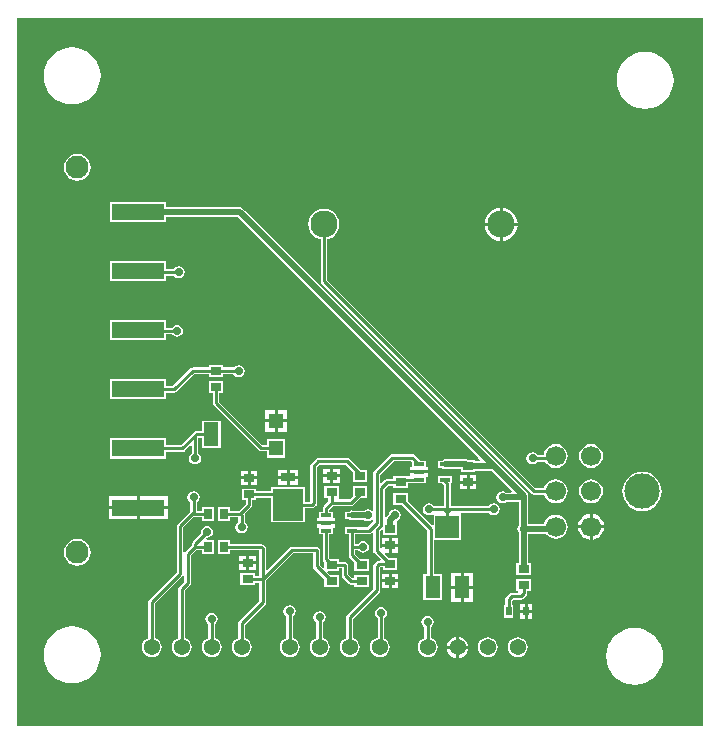
<source format=gtl>
G04 Layer_Physical_Order=1*
G04 Layer_Color=255*
%FSLAX44Y44*%
%MOMM*%
G71*
G01*
G75*
%ADD10R,2.0000X1.9000*%
%ADD11R,1.3000X1.9000*%
%ADD12R,2.5400X2.6700*%
%ADD13R,1.2700X0.7620*%
%ADD14R,0.7000X0.9000*%
%ADD15R,1.3000X2.0000*%
%ADD16R,1.2000X1.3000*%
%ADD17R,1.3000X1.3000*%
%ADD18R,0.9000X0.7000*%
%ADD19R,0.9500X0.3000*%
%ADD20R,0.5000X0.8000*%
%ADD21R,4.5000X1.4000*%
%ADD22C,0.2500*%
%ADD23C,0.5000*%
%ADD24C,3.0000*%
%ADD25C,1.7000*%
%ADD26C,1.3716*%
%ADD27C,1.9500*%
%ADD28C,2.3000*%
%ADD29C,0.7000*%
G36*
X842761Y861811D02*
Y262139D01*
X262139D01*
Y861811D01*
X842761Y861811D01*
D02*
G37*
%LPC*%
G36*
X464200Y399430D02*
X458470D01*
Y394700D01*
X464200D01*
Y399430D01*
D02*
G37*
G36*
X455930D02*
X450200D01*
Y394700D01*
X455930D01*
Y399430D01*
D02*
G37*
G36*
X530920Y433070D02*
X523670D01*
X516420D01*
Y430340D01*
X517396D01*
Y424816D01*
X520842D01*
Y403460D01*
X521057Y402378D01*
X521670Y401460D01*
X522296Y400834D01*
Y396493D01*
X521123Y396007D01*
X518448Y398681D01*
Y411480D01*
X518233Y412562D01*
X517620Y413480D01*
X516702Y414093D01*
X515620Y414308D01*
X494650D01*
X494650Y414308D01*
X493568Y414093D01*
X492650Y413480D01*
X492650Y413480D01*
X473872Y394702D01*
X472698Y395188D01*
Y412780D01*
X472483Y413862D01*
X471870Y414780D01*
X470630Y416020D01*
X469712Y416633D01*
X468630Y416848D01*
X442554D01*
Y420044D01*
X432506D01*
Y407996D01*
X442554D01*
Y411192D01*
X467042D01*
Y389528D01*
X463224D01*
Y391724D01*
X451176D01*
Y381676D01*
X463224D01*
Y383872D01*
X467042D01*
Y368172D01*
X450120Y351250D01*
X449507Y350332D01*
X449292Y349250D01*
Y336831D01*
X447893Y336252D01*
X446142Y334908D01*
X444798Y333157D01*
X443954Y331118D01*
X443666Y328930D01*
X443954Y326742D01*
X444798Y324703D01*
X446142Y322952D01*
X447893Y321608D01*
X449932Y320764D01*
X452120Y320476D01*
X454308Y320764D01*
X456347Y321608D01*
X458098Y322952D01*
X459442Y324703D01*
X460286Y326742D01*
X460574Y328930D01*
X460286Y331118D01*
X459442Y333157D01*
X458098Y334908D01*
X456347Y336252D01*
X454948Y336831D01*
Y348078D01*
X471870Y365000D01*
X472483Y365918D01*
X472698Y367000D01*
Y385528D01*
X495821Y408652D01*
X512792D01*
Y397510D01*
X513007Y396428D01*
X513620Y395510D01*
X522296Y386834D01*
Y379786D01*
X534344D01*
Y389834D01*
X527296D01*
X524517Y392613D01*
X525003Y393786D01*
X534344D01*
Y395952D01*
X536922D01*
Y389890D01*
X537137Y388808D01*
X537750Y387890D01*
X542830Y382810D01*
X543748Y382197D01*
X544830Y381982D01*
X544830Y381982D01*
X547696D01*
Y379786D01*
X559744D01*
Y389834D01*
X547696D01*
Y387638D01*
X546002D01*
X542578Y391062D01*
Y398780D01*
X542363Y399862D01*
X541750Y400780D01*
X540832Y401393D01*
X539750Y401608D01*
X534344D01*
Y403834D01*
X527296D01*
X526498Y404632D01*
Y424816D01*
X529944D01*
Y430340D01*
X530920D01*
Y433070D01*
D02*
G37*
G36*
X455930Y406700D02*
X450200D01*
Y401970D01*
X455930D01*
Y406700D01*
D02*
G37*
G36*
X312990Y420741D02*
X310047Y420354D01*
X307304Y419218D01*
X304949Y417411D01*
X303142Y415056D01*
X302006Y412313D01*
X301619Y409370D01*
X302006Y406427D01*
X303142Y403684D01*
X304949Y401329D01*
X307304Y399522D01*
X310047Y398386D01*
X312990Y397999D01*
X315933Y398386D01*
X318676Y399522D01*
X321031Y401329D01*
X322838Y403684D01*
X323974Y406427D01*
X324361Y409370D01*
X323974Y412313D01*
X322838Y415056D01*
X321031Y417411D01*
X318676Y419218D01*
X315933Y420354D01*
X312990Y420741D01*
D02*
G37*
G36*
X637540Y391730D02*
X629810D01*
Y381000D01*
X637540D01*
Y391730D01*
D02*
G37*
G36*
X584850Y384160D02*
X579120D01*
Y379430D01*
X584850D01*
Y384160D01*
D02*
G37*
G36*
X647810Y391730D02*
X640080D01*
Y381000D01*
X647810D01*
Y391730D01*
D02*
G37*
G36*
X584850Y391430D02*
X579120D01*
Y386700D01*
X584850D01*
Y391430D01*
D02*
G37*
G36*
X576580D02*
X570850D01*
Y386700D01*
X576580D01*
Y391430D01*
D02*
G37*
G36*
X464200Y406700D02*
X458470D01*
Y401970D01*
X464200D01*
Y406700D01*
D02*
G37*
G36*
X749280Y441938D02*
Y432280D01*
X758938D01*
X758727Y433882D01*
X757618Y436557D01*
X755855Y438855D01*
X753558Y440619D01*
X750882Y441727D01*
X749280Y441938D01*
D02*
G37*
G36*
X746740D02*
X745138Y441727D01*
X742462Y440619D01*
X740165Y438855D01*
X738401Y436557D01*
X737293Y433882D01*
X737082Y432280D01*
X746740D01*
Y441938D01*
D02*
G37*
G36*
X411480Y461052D02*
X409520Y460662D01*
X407858Y459552D01*
X406748Y457890D01*
X406358Y455930D01*
X406748Y453970D01*
X407858Y452308D01*
X408652Y451777D01*
Y444402D01*
X408210Y443960D01*
X408210Y443960D01*
X398050Y433800D01*
X397437Y432882D01*
X397222Y431800D01*
Y392332D01*
X373920Y369030D01*
X373307Y368112D01*
X373092Y367030D01*
Y336831D01*
X371693Y336252D01*
X369942Y334908D01*
X368598Y333157D01*
X367754Y331118D01*
X367466Y328930D01*
X367754Y326742D01*
X368598Y324703D01*
X369942Y322952D01*
X371693Y321608D01*
X373732Y320764D01*
X375920Y320476D01*
X378108Y320764D01*
X380147Y321608D01*
X381898Y322952D01*
X383242Y324703D01*
X384086Y326742D01*
X384374Y328930D01*
X384086Y331118D01*
X383242Y333157D01*
X381898Y334908D01*
X380147Y336252D01*
X378748Y336831D01*
Y365858D01*
X402050Y389160D01*
X402302Y389537D01*
X403572Y389151D01*
Y384711D01*
X399320Y380460D01*
X398707Y379542D01*
X398492Y378460D01*
Y336831D01*
X397093Y336252D01*
X395342Y334908D01*
X393998Y333157D01*
X393154Y331118D01*
X392866Y328930D01*
X393154Y326742D01*
X393998Y324703D01*
X395342Y322952D01*
X397093Y321608D01*
X399132Y320764D01*
X401320Y320476D01*
X403508Y320764D01*
X405547Y321608D01*
X407298Y322952D01*
X408642Y324703D01*
X409486Y326742D01*
X409774Y328930D01*
X409486Y331118D01*
X408642Y333157D01*
X407298Y334908D01*
X405547Y336252D01*
X404148Y336831D01*
Y377289D01*
X408400Y381540D01*
X409013Y382458D01*
X409228Y383540D01*
X409228Y383540D01*
Y406498D01*
X413922Y411192D01*
X418506D01*
Y407996D01*
X428554D01*
Y420044D01*
X422892D01*
X422305Y421314D01*
X422599Y421660D01*
X422910Y421598D01*
X424870Y421987D01*
X426532Y423098D01*
X427643Y424760D01*
X428032Y426720D01*
X427643Y428680D01*
X426532Y430342D01*
X424870Y431452D01*
X422910Y431842D01*
X420950Y431452D01*
X419288Y430342D01*
X418177Y428680D01*
X417788Y426720D01*
X417974Y425784D01*
X410750Y418560D01*
X410137Y417642D01*
X409922Y416560D01*
Y415192D01*
X404400Y409670D01*
X404148Y409293D01*
X402878Y409678D01*
Y430629D01*
X411382Y439132D01*
X418506D01*
Y435936D01*
X428554D01*
Y447984D01*
X418506D01*
Y444788D01*
X414308D01*
Y451777D01*
X415102Y452308D01*
X416213Y453970D01*
X416602Y455930D01*
X416213Y457890D01*
X415102Y459552D01*
X413440Y460662D01*
X411480Y461052D01*
D02*
G37*
G36*
X389490Y446100D02*
X365760D01*
Y437870D01*
X389490D01*
Y446100D01*
D02*
G37*
G36*
X363220D02*
X339490D01*
Y437870D01*
X363220D01*
Y446100D01*
D02*
G37*
G36*
X576580Y421260D02*
X570850D01*
Y416530D01*
X576580D01*
Y421260D01*
D02*
G37*
G36*
X584850Y413990D02*
X579120D01*
Y409260D01*
X584850D01*
Y413990D01*
D02*
G37*
G36*
Y421260D02*
X579120D01*
Y416530D01*
X584850D01*
Y421260D01*
D02*
G37*
G36*
X746740Y429740D02*
X737082D01*
X737293Y428138D01*
X738401Y425463D01*
X740165Y423165D01*
X742462Y421401D01*
X745138Y420293D01*
X746740Y420082D01*
Y429740D01*
D02*
G37*
G36*
X758938D02*
X749280D01*
Y420082D01*
X750882Y420293D01*
X753558Y421401D01*
X755855Y423165D01*
X757618Y425463D01*
X758727Y428138D01*
X758938Y429740D01*
D02*
G37*
G36*
X518160Y359452D02*
X516200Y359062D01*
X514538Y357952D01*
X513428Y356290D01*
X513038Y354330D01*
X513428Y352370D01*
X514538Y350708D01*
X515332Y350177D01*
Y336831D01*
X513933Y336252D01*
X512182Y334908D01*
X510838Y333157D01*
X509994Y331118D01*
X509706Y328930D01*
X509994Y326742D01*
X510838Y324703D01*
X512182Y322952D01*
X513933Y321608D01*
X515972Y320764D01*
X518160Y320476D01*
X520348Y320764D01*
X522387Y321608D01*
X524138Y322952D01*
X525482Y324703D01*
X526326Y326742D01*
X526614Y328930D01*
X526326Y331118D01*
X525482Y333157D01*
X524138Y334908D01*
X522387Y336252D01*
X520988Y336831D01*
Y350177D01*
X521782Y350708D01*
X522892Y352370D01*
X523282Y354330D01*
X522892Y356290D01*
X521782Y357952D01*
X520120Y359062D01*
X518160Y359452D01*
D02*
G37*
G36*
X492760Y364532D02*
X490800Y364142D01*
X489138Y363032D01*
X488027Y361370D01*
X487638Y359410D01*
X488027Y357450D01*
X489138Y355788D01*
X489932Y355257D01*
Y336831D01*
X488533Y336252D01*
X486782Y334908D01*
X485438Y333157D01*
X484594Y331118D01*
X484306Y328930D01*
X484594Y326742D01*
X485438Y324703D01*
X486782Y322952D01*
X488533Y321608D01*
X490572Y320764D01*
X492760Y320476D01*
X494948Y320764D01*
X496987Y321608D01*
X498738Y322952D01*
X500082Y324703D01*
X500926Y326742D01*
X501214Y328930D01*
X500926Y331118D01*
X500082Y333157D01*
X498738Y334908D01*
X496987Y336252D01*
X495588Y336831D01*
Y355257D01*
X496382Y355788D01*
X497492Y357450D01*
X497882Y359410D01*
X497492Y361370D01*
X496382Y363032D01*
X494720Y364142D01*
X492760Y364532D01*
D02*
G37*
G36*
X570230Y363262D02*
X568270Y362873D01*
X566608Y361762D01*
X565498Y360100D01*
X565108Y358140D01*
X565498Y356180D01*
X566608Y354518D01*
X567402Y353988D01*
Y337179D01*
X566772Y337096D01*
X564733Y336252D01*
X562982Y334908D01*
X561638Y333157D01*
X560794Y331118D01*
X560506Y328930D01*
X560794Y326742D01*
X561638Y324703D01*
X562982Y322952D01*
X564733Y321608D01*
X566772Y320764D01*
X568960Y320476D01*
X571148Y320764D01*
X573187Y321608D01*
X574938Y322952D01*
X576282Y324703D01*
X577126Y326742D01*
X577414Y328930D01*
X577126Y331118D01*
X576282Y333157D01*
X574938Y334908D01*
X573187Y336252D01*
X573058Y336305D01*
Y353988D01*
X573852Y354518D01*
X574963Y356180D01*
X575352Y358140D01*
X574963Y360100D01*
X573852Y361762D01*
X572190Y362873D01*
X570230Y363262D01*
D02*
G37*
G36*
X660400Y337384D02*
X658212Y337096D01*
X656173Y336252D01*
X654422Y334908D01*
X653078Y333157D01*
X652234Y331118D01*
X651946Y328930D01*
X652234Y326742D01*
X653078Y324703D01*
X654422Y322952D01*
X656173Y321608D01*
X658212Y320764D01*
X660400Y320476D01*
X662588Y320764D01*
X664627Y321608D01*
X666378Y322952D01*
X667722Y324703D01*
X668566Y326742D01*
X668854Y328930D01*
X668566Y331118D01*
X667722Y333157D01*
X666378Y334908D01*
X664627Y336252D01*
X662588Y337096D01*
X660400Y337384D01*
D02*
G37*
G36*
X609600Y355642D02*
X607640Y355252D01*
X605978Y354142D01*
X604868Y352480D01*
X604478Y350520D01*
X604868Y348560D01*
X605978Y346898D01*
X606772Y346367D01*
Y336831D01*
X605373Y336252D01*
X603622Y334908D01*
X602278Y333157D01*
X601434Y331118D01*
X601146Y328930D01*
X601434Y326742D01*
X602278Y324703D01*
X603622Y322952D01*
X605373Y321608D01*
X607412Y320764D01*
X609600Y320476D01*
X611788Y320764D01*
X613827Y321608D01*
X615578Y322952D01*
X616922Y324703D01*
X617766Y326742D01*
X618054Y328930D01*
X617766Y331118D01*
X616922Y333157D01*
X615578Y334908D01*
X613827Y336252D01*
X612428Y336831D01*
Y346367D01*
X613222Y346898D01*
X614333Y348560D01*
X614722Y350520D01*
X614333Y352480D01*
X613222Y354142D01*
X611560Y355252D01*
X609600Y355642D01*
D02*
G37*
G36*
X308610Y346720D02*
X303901Y346256D01*
X299372Y344883D01*
X295198Y342652D01*
X291540Y339650D01*
X288538Y335992D01*
X286307Y331818D01*
X284934Y327290D01*
X284470Y322580D01*
X284934Y317871D01*
X286307Y313342D01*
X288538Y309168D01*
X291540Y305510D01*
X295198Y302508D01*
X299372Y300277D01*
X303901Y298904D01*
X308610Y298440D01*
X313319Y298904D01*
X317848Y300277D01*
X322022Y302508D01*
X325680Y305510D01*
X328682Y309168D01*
X330913Y313342D01*
X332286Y317871D01*
X332750Y322580D01*
X332286Y327290D01*
X330913Y331818D01*
X328682Y335992D01*
X325680Y339650D01*
X322022Y342652D01*
X317848Y344883D01*
X313319Y346256D01*
X308610Y346720D01*
D02*
G37*
G36*
X784860Y345450D02*
X780151Y344986D01*
X775622Y343613D01*
X771448Y341382D01*
X767790Y338380D01*
X764788Y334722D01*
X762557Y330548D01*
X761184Y326020D01*
X760720Y321310D01*
X761184Y316600D01*
X762557Y312072D01*
X764788Y307898D01*
X767790Y304240D01*
X771448Y301238D01*
X775622Y299007D01*
X780151Y297634D01*
X784860Y297170D01*
X789569Y297634D01*
X794098Y299007D01*
X798272Y301238D01*
X801930Y304240D01*
X804932Y307898D01*
X807163Y312072D01*
X808536Y316600D01*
X809000Y321310D01*
X808536Y326020D01*
X807163Y330548D01*
X804932Y334722D01*
X801930Y338380D01*
X798272Y341382D01*
X794098Y343613D01*
X789569Y344986D01*
X784860Y345450D01*
D02*
G37*
G36*
X633730Y327660D02*
X625728D01*
X625883Y326487D01*
X626826Y324211D01*
X628326Y322256D01*
X630281Y320756D01*
X632557Y319813D01*
X633730Y319659D01*
Y327660D01*
D02*
G37*
G36*
X426720Y358182D02*
X424760Y357793D01*
X423098Y356682D01*
X421987Y355020D01*
X421598Y353060D01*
X421987Y351100D01*
X423098Y349438D01*
X423892Y348908D01*
Y336831D01*
X422493Y336252D01*
X420742Y334908D01*
X419398Y333157D01*
X418554Y331118D01*
X418266Y328930D01*
X418554Y326742D01*
X419398Y324703D01*
X420742Y322952D01*
X422493Y321608D01*
X424532Y320764D01*
X426720Y320476D01*
X428908Y320764D01*
X430947Y321608D01*
X432698Y322952D01*
X434042Y324703D01*
X434886Y326742D01*
X435174Y328930D01*
X434886Y331118D01*
X434042Y333157D01*
X432698Y334908D01*
X430947Y336252D01*
X429548Y336831D01*
Y348908D01*
X430342Y349438D01*
X431452Y351100D01*
X431842Y353060D01*
X431452Y355020D01*
X430342Y356682D01*
X428680Y357793D01*
X426720Y358182D01*
D02*
G37*
G36*
X644271Y327660D02*
X636270D01*
Y319659D01*
X637443Y319813D01*
X639719Y320756D01*
X641674Y322256D01*
X643174Y324211D01*
X644117Y326487D01*
X644271Y327660D01*
D02*
G37*
G36*
X685800Y337384D02*
X683612Y337096D01*
X681573Y336252D01*
X679822Y334908D01*
X678478Y333157D01*
X677634Y331118D01*
X677346Y328930D01*
X677634Y326742D01*
X678478Y324703D01*
X679822Y322952D01*
X681573Y321608D01*
X683612Y320764D01*
X685800Y320476D01*
X687988Y320764D01*
X690027Y321608D01*
X691778Y322952D01*
X693122Y324703D01*
X693966Y326742D01*
X694254Y328930D01*
X693966Y331118D01*
X693122Y333157D01*
X691778Y334908D01*
X690027Y336252D01*
X687988Y337096D01*
X685800Y337384D01*
D02*
G37*
G36*
X698180Y365910D02*
X694450D01*
Y360680D01*
X698180D01*
Y365910D01*
D02*
G37*
G36*
X691910D02*
X688180D01*
Y360680D01*
X691910D01*
Y365910D01*
D02*
G37*
G36*
X637540Y378460D02*
X629810D01*
Y367730D01*
X637540D01*
Y378460D01*
D02*
G37*
G36*
X576580Y384160D02*
X570850D01*
Y379430D01*
X576580D01*
Y384160D01*
D02*
G37*
G36*
X647810Y378460D02*
X640080D01*
Y367730D01*
X647810D01*
Y378460D01*
D02*
G37*
G36*
X636270Y338201D02*
Y330200D01*
X644271D01*
X644117Y331373D01*
X643174Y333649D01*
X641674Y335604D01*
X639719Y337104D01*
X637443Y338047D01*
X636270Y338201D01*
D02*
G37*
G36*
X633730D02*
X632557Y338047D01*
X630281Y337104D01*
X628326Y335604D01*
X626826Y333649D01*
X625883Y331373D01*
X625728Y330200D01*
X633730D01*
Y338201D01*
D02*
G37*
G36*
X691910Y358140D02*
X688180D01*
Y352910D01*
X691910D01*
Y358140D01*
D02*
G37*
G36*
X696904Y386644D02*
X684856D01*
Y376596D01*
X685931D01*
X686605Y375326D01*
X686342Y374938D01*
X680720D01*
X679638Y374723D01*
X678720Y374110D01*
X676180Y371570D01*
X675567Y370652D01*
X675352Y369570D01*
Y364934D01*
X674156D01*
Y353886D01*
X682204D01*
Y364934D01*
X681008D01*
Y368399D01*
X681891Y369282D01*
X688340D01*
X689422Y369497D01*
X690340Y370110D01*
X692880Y372650D01*
X693493Y373568D01*
X693708Y374650D01*
Y376596D01*
X696904D01*
Y386644D01*
D02*
G37*
G36*
X698180Y358140D02*
X694450D01*
Y352910D01*
X698180D01*
Y358140D01*
D02*
G37*
G36*
X791210Y477614D02*
X787971Y477295D01*
X784856Y476350D01*
X781985Y474816D01*
X779469Y472751D01*
X777404Y470235D01*
X775870Y467364D01*
X774925Y464249D01*
X774606Y461010D01*
X774925Y457771D01*
X775870Y454656D01*
X777404Y451785D01*
X779469Y449269D01*
X781985Y447204D01*
X784856Y445670D01*
X787971Y444725D01*
X791210Y444406D01*
X794449Y444725D01*
X797564Y445670D01*
X800435Y447204D01*
X802951Y449269D01*
X805016Y451785D01*
X806550Y454656D01*
X807495Y457771D01*
X807814Y461010D01*
X807495Y464249D01*
X806550Y467364D01*
X805016Y470235D01*
X802951Y472751D01*
X800435Y474816D01*
X797564Y476350D01*
X794449Y477295D01*
X791210Y477614D01*
D02*
G37*
G36*
X434354Y520724D02*
X418306D01*
Y512028D01*
X413950D01*
X412868Y511813D01*
X411950Y511200D01*
X400948Y500198D01*
X388514D01*
Y505894D01*
X340466D01*
Y488846D01*
X388514D01*
Y494542D01*
X402120D01*
X403202Y494757D01*
X404120Y495370D01*
X408748Y499998D01*
X409922Y499512D01*
Y493102D01*
X409128Y492572D01*
X408018Y490910D01*
X407628Y488950D01*
X408018Y486990D01*
X409128Y485328D01*
X410790Y484217D01*
X412750Y483828D01*
X414710Y484217D01*
X416372Y485328D01*
X417482Y486990D01*
X417872Y488950D01*
X417482Y490910D01*
X416372Y492572D01*
X415578Y493102D01*
Y506372D01*
X418306D01*
Y497676D01*
X434354D01*
Y520724D01*
D02*
G37*
G36*
X718010Y501120D02*
X715393Y500776D01*
X712955Y499766D01*
X710861Y498159D01*
X709254Y496065D01*
X708244Y493627D01*
X708001Y491778D01*
X702653D01*
X702122Y492572D01*
X700460Y493683D01*
X698500Y494072D01*
X696540Y493683D01*
X694878Y492572D01*
X693767Y490910D01*
X693378Y488950D01*
X693767Y486990D01*
X694878Y485328D01*
X696540Y484217D01*
X698500Y483828D01*
X700460Y484217D01*
X702122Y485328D01*
X702653Y486122D01*
X709185D01*
X709254Y485955D01*
X710861Y483861D01*
X712955Y482254D01*
X715393Y481244D01*
X718010Y480900D01*
X720627Y481244D01*
X723065Y482254D01*
X725159Y483861D01*
X726766Y485955D01*
X727776Y488393D01*
X728120Y491010D01*
X727776Y493627D01*
X726766Y496065D01*
X725159Y498159D01*
X723065Y499766D01*
X720627Y500776D01*
X718010Y501120D01*
D02*
G37*
G36*
X480060Y519430D02*
X472330D01*
Y511700D01*
X480060D01*
Y519430D01*
D02*
G37*
G36*
Y529700D02*
X472330D01*
Y521970D01*
X480060D01*
Y529700D01*
D02*
G37*
G36*
X490330Y519430D02*
X482600D01*
Y511700D01*
X490330D01*
Y519430D01*
D02*
G37*
G36*
X596750Y492508D02*
X579850D01*
X578768Y492293D01*
X577850Y491680D01*
X564420Y478250D01*
X563807Y477332D01*
X563592Y476250D01*
Y444848D01*
X562822Y444495D01*
X562322Y444379D01*
X560760Y445423D01*
X558800Y445812D01*
X556840Y445423D01*
X555897Y444793D01*
X546424D01*
X545670Y444943D01*
X544100Y444631D01*
X542953Y443864D01*
X539396D01*
Y437816D01*
X542892D01*
X542919Y437789D01*
X544250Y436899D01*
X545820Y436587D01*
X555897D01*
X556840Y435957D01*
X558800Y435568D01*
X560760Y435957D01*
X562148Y436885D01*
X563334Y436403D01*
X563444Y435364D01*
X558749Y430668D01*
X551944D01*
Y430864D01*
X539396D01*
Y424816D01*
X542842D01*
Y414020D01*
Y406860D01*
X543057Y405778D01*
X543670Y404860D01*
X547696Y400834D01*
Y393786D01*
X559744D01*
Y403834D01*
X552696D01*
X548498Y408032D01*
Y411192D01*
X550838D01*
X551368Y410398D01*
X553030Y409287D01*
X554990Y408898D01*
X556950Y409287D01*
X558612Y410398D01*
X559723Y412060D01*
X560112Y414020D01*
X559723Y415980D01*
X558612Y417642D01*
X556950Y418753D01*
X554990Y419142D01*
X553030Y418753D01*
X551368Y417642D01*
X550838Y416848D01*
X548498D01*
Y424816D01*
X551944D01*
Y425012D01*
X559920D01*
X561002Y425227D01*
X561920Y425840D01*
X562418Y426338D01*
X563592Y425852D01*
Y410860D01*
X563807Y409778D01*
X564420Y408860D01*
X569848Y403432D01*
X569362Y402258D01*
X568340D01*
X567258Y402043D01*
X566340Y401430D01*
X566340Y401430D01*
X564420Y399510D01*
X563807Y398592D01*
X563592Y397510D01*
Y378362D01*
X541560Y356330D01*
X540947Y355412D01*
X540732Y354330D01*
Y336831D01*
X539333Y336252D01*
X537582Y334908D01*
X536238Y333157D01*
X535394Y331118D01*
X535106Y328930D01*
X535394Y326742D01*
X536238Y324703D01*
X537582Y322952D01*
X539333Y321608D01*
X541372Y320764D01*
X543560Y320476D01*
X545748Y320764D01*
X547787Y321608D01*
X549538Y322952D01*
X550882Y324703D01*
X551726Y326742D01*
X552014Y328930D01*
X551726Y331118D01*
X550882Y333157D01*
X549538Y334908D01*
X547787Y336252D01*
X546388Y336831D01*
Y353158D01*
X568420Y375190D01*
X569033Y376108D01*
X569248Y377190D01*
Y396339D01*
X569511Y396602D01*
X571826D01*
Y394406D01*
X583874D01*
Y404454D01*
X576826D01*
X573193Y408087D01*
X573679Y409260D01*
X576580D01*
Y413990D01*
X570850D01*
Y413227D01*
X569580Y412567D01*
X569248Y412800D01*
Y427478D01*
X570653Y428882D01*
X571826Y428396D01*
Y424236D01*
X583874D01*
Y434284D01*
X583874D01*
X583333Y435554D01*
X583540Y435942D01*
X583620Y435957D01*
X585282Y437068D01*
X586393Y438730D01*
X586782Y440690D01*
X586393Y442650D01*
X585282Y444312D01*
X583620Y445423D01*
X581660Y445812D01*
X579700Y445423D01*
X578038Y444312D01*
X576927Y442650D01*
X576706Y441539D01*
X574949Y439781D01*
X574542Y439173D01*
X573272Y439558D01*
Y462592D01*
X576511Y465832D01*
X580716D01*
Y463636D01*
X592764D01*
Y468192D01*
X596136D01*
Y467996D01*
X608684D01*
Y473520D01*
X609660D01*
Y476250D01*
X602410D01*
X595160D01*
Y473848D01*
X589100D01*
X588274Y473684D01*
X580716D01*
Y471488D01*
X575340D01*
X574258Y471273D01*
X573340Y470660D01*
X570422Y467742D01*
X569248Y468228D01*
Y475079D01*
X581021Y486852D01*
X595579D01*
X596136Y486294D01*
Y481520D01*
X595160D01*
Y478790D01*
X602410D01*
X609660D01*
Y481520D01*
X608684D01*
Y487044D01*
X603386D01*
X598750Y491680D01*
X597833Y492293D01*
X596750Y492508D01*
D02*
G37*
G36*
X535320Y480360D02*
X529590D01*
Y475630D01*
X535320D01*
Y480360D01*
D02*
G37*
G36*
X748010Y501120D02*
X745393Y500776D01*
X742955Y499766D01*
X740861Y498159D01*
X739254Y496065D01*
X738244Y493627D01*
X737899Y491010D01*
X738244Y488393D01*
X739254Y485955D01*
X740861Y483861D01*
X742955Y482254D01*
X745393Y481244D01*
X748010Y480900D01*
X750627Y481244D01*
X753065Y482254D01*
X755159Y483861D01*
X756766Y485955D01*
X757776Y488393D01*
X758120Y491010D01*
X757776Y493627D01*
X756766Y496065D01*
X755159Y498159D01*
X753065Y499766D01*
X750627Y500776D01*
X748010Y501120D01*
D02*
G37*
G36*
X436554Y554284D02*
X424506D01*
Y544236D01*
X427702D01*
Y535940D01*
X427917Y534858D01*
X428530Y533940D01*
X466630Y495840D01*
X467548Y495227D01*
X468630Y495012D01*
X473806D01*
Y489676D01*
X488854D01*
Y505724D01*
X473806D01*
Y500668D01*
X469801D01*
X433358Y537112D01*
Y544236D01*
X436554D01*
Y554284D01*
D02*
G37*
G36*
X388514Y705894D02*
X340466D01*
Y688846D01*
X388514D01*
Y693267D01*
X449011D01*
X654371Y487906D01*
X653885Y486733D01*
X649914D01*
Y487654D01*
X644304D01*
X644070Y487811D01*
X642500Y488123D01*
X624410D01*
X622840Y487811D01*
X621693Y487044D01*
X618136D01*
Y480996D01*
X621693D01*
X622840Y480229D01*
X624410Y479917D01*
X637866D01*
Y477606D01*
X649914D01*
Y478527D01*
X663751D01*
X681072Y461206D01*
X680585Y460033D01*
X676003D01*
X675060Y460662D01*
X673100Y461052D01*
X671140Y460662D01*
X669478Y459552D01*
X668367Y457890D01*
X667978Y455930D01*
X668367Y453970D01*
X669478Y452308D01*
X671140Y451198D01*
X673100Y450808D01*
X675060Y451198D01*
X676003Y451827D01*
X686777D01*
Y432163D01*
X686148Y431220D01*
X685758Y429260D01*
X686148Y427300D01*
X686777Y426357D01*
Y421640D01*
X686777Y421640D01*
Y400644D01*
X684856D01*
Y390596D01*
X696904D01*
Y400644D01*
X694983D01*
Y421640D01*
X694983Y421640D01*
Y425157D01*
X709866D01*
X710861Y423861D01*
X712955Y422254D01*
X715393Y421244D01*
X718010Y420900D01*
X720627Y421244D01*
X723065Y422254D01*
X725159Y423861D01*
X726766Y425955D01*
X727776Y428393D01*
X728120Y431010D01*
X727776Y433627D01*
X726766Y436065D01*
X725159Y438159D01*
X723065Y439766D01*
X720627Y440776D01*
X718010Y441120D01*
X715393Y440776D01*
X712955Y439766D01*
X710861Y438159D01*
X709254Y436065D01*
X708244Y433627D01*
X708209Y433363D01*
X694983D01*
Y457200D01*
X694670Y458770D01*
X693781Y460101D01*
X668351Y485531D01*
X668351Y485531D01*
X453611Y700271D01*
X452280Y701161D01*
X450710Y701473D01*
X388514D01*
Y705894D01*
D02*
G37*
G36*
X490330Y529700D02*
X482600D01*
Y521970D01*
X490330D01*
Y529700D01*
D02*
G37*
G36*
X673100Y701024D02*
Y688340D01*
X685784D01*
X685470Y690725D01*
X684059Y694130D01*
X681815Y697055D01*
X678890Y699299D01*
X675485Y700710D01*
X673100Y701024D01*
D02*
G37*
G36*
X670560D02*
X668175Y700710D01*
X664770Y699299D01*
X661845Y697055D01*
X659601Y694130D01*
X658190Y690725D01*
X657876Y688340D01*
X670560D01*
Y701024D01*
D02*
G37*
G36*
X312990Y746741D02*
X310047Y746354D01*
X307304Y745218D01*
X304949Y743411D01*
X303142Y741056D01*
X302006Y738313D01*
X301619Y735370D01*
X302006Y732427D01*
X303142Y729684D01*
X304949Y727329D01*
X307304Y725522D01*
X310047Y724386D01*
X312990Y723999D01*
X315933Y724386D01*
X318676Y725522D01*
X321031Y727329D01*
X322838Y729684D01*
X323974Y732427D01*
X324361Y735370D01*
X323974Y738313D01*
X322838Y741056D01*
X321031Y743411D01*
X318676Y745218D01*
X315933Y746354D01*
X312990Y746741D01*
D02*
G37*
G36*
X308610Y836940D02*
X303901Y836476D01*
X299372Y835103D01*
X295198Y832872D01*
X291540Y829870D01*
X288538Y826212D01*
X286307Y822038D01*
X284934Y817510D01*
X284470Y812800D01*
X284934Y808091D01*
X286307Y803562D01*
X288538Y799388D01*
X291540Y795730D01*
X295198Y792728D01*
X299372Y790497D01*
X303901Y789124D01*
X308610Y788660D01*
X313319Y789124D01*
X317848Y790497D01*
X322022Y792728D01*
X325680Y795730D01*
X328682Y799388D01*
X330913Y803562D01*
X332286Y808091D01*
X332750Y812800D01*
X332286Y817510D01*
X330913Y822038D01*
X328682Y826212D01*
X325680Y829870D01*
X322022Y832872D01*
X317848Y835103D01*
X313319Y836476D01*
X308610Y836940D01*
D02*
G37*
G36*
X793750Y833130D02*
X789041Y832666D01*
X784512Y831293D01*
X780338Y829062D01*
X776680Y826060D01*
X773678Y822402D01*
X771447Y818228D01*
X770074Y813699D01*
X769610Y808990D01*
X770074Y804280D01*
X771447Y799752D01*
X773678Y795578D01*
X776680Y791920D01*
X780338Y788918D01*
X784512Y786687D01*
X789041Y785314D01*
X793750Y784850D01*
X798459Y785314D01*
X802988Y786687D01*
X807162Y788918D01*
X810820Y791920D01*
X813822Y795578D01*
X816053Y799752D01*
X817426Y804280D01*
X817890Y808990D01*
X817426Y813699D01*
X816053Y818228D01*
X813822Y822402D01*
X810820Y826060D01*
X807162Y829062D01*
X802988Y831293D01*
X798459Y832666D01*
X793750Y833130D01*
D02*
G37*
G36*
X388514Y605894D02*
X340466D01*
Y588846D01*
X388514D01*
Y594072D01*
X393358D01*
X393888Y593278D01*
X395550Y592168D01*
X397510Y591778D01*
X399470Y592168D01*
X401132Y593278D01*
X402243Y594940D01*
X402632Y596900D01*
X402243Y598860D01*
X401132Y600522D01*
X399470Y601632D01*
X397510Y602022D01*
X395550Y601632D01*
X393888Y600522D01*
X393358Y599728D01*
X388514D01*
Y605894D01*
D02*
G37*
G36*
X436554Y568284D02*
X424506D01*
Y566088D01*
X410860D01*
X409778Y565873D01*
X408860Y565260D01*
X393798Y550198D01*
X388514D01*
Y555894D01*
X340466D01*
Y538846D01*
X388514D01*
Y544542D01*
X394970D01*
X396052Y544757D01*
X396970Y545370D01*
X412032Y560432D01*
X424506D01*
Y558236D01*
X436554D01*
Y560432D01*
X444993D01*
X445958Y558988D01*
X447620Y557878D01*
X449580Y557488D01*
X451540Y557878D01*
X453202Y558988D01*
X454313Y560650D01*
X454702Y562610D01*
X454313Y564570D01*
X453202Y566232D01*
X451540Y567342D01*
X449580Y567732D01*
X447620Y567342D01*
X445958Y566232D01*
X445862Y566088D01*
X436554D01*
Y568284D01*
D02*
G37*
G36*
X388514Y655894D02*
X340466D01*
Y638846D01*
X388514D01*
Y643602D01*
X394627D01*
X395158Y642808D01*
X396820Y641697D01*
X398780Y641308D01*
X400740Y641697D01*
X402402Y642808D01*
X403512Y644470D01*
X403902Y646430D01*
X403512Y648390D01*
X402402Y650052D01*
X400740Y651162D01*
X398780Y651552D01*
X396820Y651162D01*
X395158Y650052D01*
X394627Y649258D01*
X388514D01*
Y655894D01*
D02*
G37*
G36*
X685784Y685800D02*
X673100D01*
Y673116D01*
X675485Y673430D01*
X678890Y674841D01*
X681815Y677085D01*
X684059Y680010D01*
X685470Y683415D01*
X685784Y685800D01*
D02*
G37*
G36*
X670560D02*
X657876D01*
X658190Y683415D01*
X659601Y680010D01*
X661845Y677085D01*
X664770Y674841D01*
X668175Y673430D01*
X670560Y673116D01*
Y685800D01*
D02*
G37*
G36*
X527050Y480360D02*
X521320D01*
Y475630D01*
X527050D01*
Y480360D01*
D02*
G37*
G36*
X642620Y467360D02*
X636890D01*
Y462630D01*
X642620D01*
Y467360D01*
D02*
G37*
G36*
X558474Y465384D02*
X546426D01*
Y457066D01*
X543638Y454278D01*
X534857D01*
X534344Y455336D01*
Y465384D01*
X522296D01*
Y455336D01*
X525492D01*
Y452622D01*
X521670Y448800D01*
X521057Y447882D01*
X520842Y446800D01*
Y443864D01*
X517396D01*
Y438340D01*
X516420D01*
Y435610D01*
X523670D01*
X530920D01*
Y438340D01*
X529944D01*
Y443864D01*
X526498D01*
Y445629D01*
X529492Y448622D01*
X544810D01*
X545892Y448837D01*
X546810Y449450D01*
X552696Y455336D01*
X558474D01*
Y465384D01*
D02*
G37*
G36*
X650890Y467360D02*
X645160D01*
Y462630D01*
X650890D01*
Y467360D01*
D02*
G37*
G36*
X465470Y471170D02*
X459740D01*
Y466440D01*
X465470D01*
Y471170D01*
D02*
G37*
G36*
X457200D02*
X451470D01*
Y466440D01*
X457200D01*
Y471170D01*
D02*
G37*
G36*
X363220Y456870D02*
X339490D01*
Y448640D01*
X363220D01*
Y456870D01*
D02*
G37*
G36*
X630684Y474044D02*
X618136D01*
Y467996D01*
X622164D01*
X623482Y466679D01*
Y448598D01*
X615023D01*
X614492Y449392D01*
X612830Y450503D01*
X610870Y450892D01*
X608910Y450503D01*
X607248Y449392D01*
X606138Y447730D01*
X605748Y445770D01*
X606138Y443810D01*
X607248Y442148D01*
X608910Y441037D01*
X610870Y440648D01*
X612830Y441037D01*
X613516Y441496D01*
X614786Y440817D01*
Y432410D01*
X613516Y431884D01*
X592764Y452636D01*
Y459684D01*
X580716D01*
Y449636D01*
X587764D01*
X609312Y428088D01*
Y390754D01*
X605786D01*
Y368706D01*
X621834D01*
Y390754D01*
X614968D01*
Y419706D01*
X637834D01*
Y441754D01*
X637834D01*
X638033Y442942D01*
X661328D01*
X661858Y442148D01*
X663520Y441037D01*
X665480Y440648D01*
X667440Y441037D01*
X669102Y442148D01*
X670212Y443810D01*
X670602Y445770D01*
X670212Y447730D01*
X669102Y449392D01*
X667440Y450503D01*
X665480Y450892D01*
X663520Y450503D01*
X661858Y449392D01*
X661328Y448598D01*
X629138D01*
Y467850D01*
X629138Y467850D01*
X629258Y467996D01*
X630684D01*
Y474044D01*
D02*
G37*
G36*
X389490Y456870D02*
X365760D01*
Y448640D01*
X389490D01*
Y456870D01*
D02*
G37*
G36*
X748010Y471120D02*
X745393Y470776D01*
X742955Y469766D01*
X740861Y468159D01*
X739254Y466065D01*
X738244Y463627D01*
X737899Y461010D01*
X738244Y458393D01*
X739254Y455955D01*
X740861Y453861D01*
X742955Y452254D01*
X745393Y451244D01*
X748010Y450900D01*
X750627Y451244D01*
X753065Y452254D01*
X755159Y453861D01*
X756766Y455955D01*
X757776Y458393D01*
X758120Y461010D01*
X757776Y463627D01*
X756766Y466065D01*
X755159Y468159D01*
X753065Y469766D01*
X750627Y470776D01*
X748010Y471120D01*
D02*
G37*
G36*
X521830Y700206D02*
X518430Y699759D01*
X515262Y698447D01*
X512541Y696359D01*
X510453Y693638D01*
X509141Y690470D01*
X508694Y687070D01*
X509141Y683670D01*
X510453Y680502D01*
X512541Y677781D01*
X515262Y675694D01*
X518430Y674381D01*
X519002Y674306D01*
Y638950D01*
X519217Y637868D01*
X519830Y636950D01*
X697770Y459010D01*
X698688Y458397D01*
X699770Y458182D01*
X708332D01*
X709254Y455955D01*
X710861Y453861D01*
X712955Y452254D01*
X715393Y451244D01*
X718010Y450900D01*
X720627Y451244D01*
X723065Y452254D01*
X725159Y453861D01*
X726766Y455955D01*
X727776Y458393D01*
X728120Y461010D01*
X727776Y463627D01*
X726766Y466065D01*
X725159Y468159D01*
X723065Y469766D01*
X720627Y470776D01*
X718010Y471120D01*
X715393Y470776D01*
X712955Y469766D01*
X710861Y468159D01*
X709254Y466065D01*
X708332Y463838D01*
X700941D01*
X524658Y640122D01*
Y674306D01*
X525230Y674381D01*
X528398Y675694D01*
X531119Y677781D01*
X533206Y680502D01*
X534519Y683670D01*
X534966Y687070D01*
X534519Y690470D01*
X533206Y693638D01*
X531119Y696359D01*
X528398Y698447D01*
X525230Y699759D01*
X521830Y700206D01*
D02*
G37*
G36*
X490220Y471805D02*
X482640D01*
Y466765D01*
X490220D01*
Y471805D01*
D02*
G37*
G36*
X457200Y478440D02*
X451470D01*
Y473710D01*
X457200D01*
Y478440D01*
D02*
G37*
G36*
X650890Y474630D02*
X645160D01*
Y469900D01*
X650890D01*
Y474630D01*
D02*
G37*
G36*
X465470Y478440D02*
X459740D01*
Y473710D01*
X465470D01*
Y478440D01*
D02*
G37*
G36*
X500340Y479385D02*
X492760D01*
Y474345D01*
X500340D01*
Y479385D01*
D02*
G37*
G36*
X490220D02*
X482640D01*
Y474345D01*
X490220D01*
Y479385D01*
D02*
G37*
G36*
X527050Y473090D02*
X521320D01*
Y468360D01*
X527050D01*
Y473090D01*
D02*
G37*
G36*
X500340Y471805D02*
X492760D01*
Y466765D01*
X500340D01*
Y471805D01*
D02*
G37*
G36*
X535320Y473090D02*
X529590D01*
Y468360D01*
X535320D01*
Y473090D01*
D02*
G37*
G36*
X642620Y474630D02*
X636890D01*
Y469900D01*
X642620D01*
Y474630D01*
D02*
G37*
G36*
X541670Y489238D02*
X516890D01*
X515808Y489023D01*
X514890Y488410D01*
X511080Y484600D01*
X510467Y483682D01*
X510252Y482600D01*
Y452408D01*
X505714D01*
Y464454D01*
X477266D01*
Y461268D01*
X464494D01*
Y463464D01*
X452446D01*
Y453416D01*
X455642D01*
Y450751D01*
X449678Y444788D01*
X442554D01*
Y447984D01*
X432506D01*
Y435936D01*
X442554D01*
Y439132D01*
X449292D01*
Y434683D01*
X448498Y434152D01*
X447388Y432490D01*
X446998Y430530D01*
X447388Y428570D01*
X448498Y426908D01*
X450160Y425798D01*
X452120Y425408D01*
X454080Y425798D01*
X455742Y426908D01*
X456852Y428570D01*
X457242Y430530D01*
X456852Y432490D01*
X455742Y434152D01*
X454948Y434683D01*
Y440690D01*
X454733Y441772D01*
X454705Y441815D01*
X460470Y447580D01*
X461083Y448498D01*
X461298Y449580D01*
X461298Y449580D01*
Y453416D01*
X464494D01*
Y455612D01*
X477266D01*
Y434706D01*
X505714D01*
Y446752D01*
X511810D01*
X512892Y446967D01*
X513810Y447580D01*
X515080Y448850D01*
X515693Y449768D01*
X515908Y450850D01*
X515908Y450850D01*
Y481428D01*
X518061Y483582D01*
X540499D01*
X546426Y477654D01*
Y469336D01*
X558474D01*
Y479384D01*
X552696D01*
X543670Y488410D01*
X542752Y489023D01*
X541670Y489238D01*
D02*
G37*
%LPD*%
D10*
X626310Y430730D02*
D03*
D11*
X638810Y379730D02*
D03*
X613810D02*
D03*
D12*
X491490Y449580D02*
D03*
D13*
Y473075D02*
D03*
D14*
X437530Y414020D02*
D03*
X423530D02*
D03*
Y441960D02*
D03*
X437530D02*
D03*
D15*
X426330Y509200D02*
D03*
D16*
X481330Y497700D02*
D03*
D17*
Y520700D02*
D03*
D18*
X643890Y482630D02*
D03*
Y468630D02*
D03*
X690880Y381620D02*
D03*
Y395620D02*
D03*
X586740Y468660D02*
D03*
Y454660D02*
D03*
X577850Y385430D02*
D03*
Y399430D02*
D03*
X577850Y415260D02*
D03*
Y429260D02*
D03*
X552450Y474360D02*
D03*
Y460360D02*
D03*
X528320Y460360D02*
D03*
Y474360D02*
D03*
X528320Y384810D02*
D03*
Y398810D02*
D03*
X553720Y384810D02*
D03*
Y398810D02*
D03*
X458470Y472440D02*
D03*
Y458440D02*
D03*
X457200Y400700D02*
D03*
Y386700D02*
D03*
X430530Y563260D02*
D03*
Y549260D02*
D03*
D19*
X602410Y477520D02*
D03*
Y471020D02*
D03*
Y484020D02*
D03*
X624410D02*
D03*
Y471020D02*
D03*
X523670Y434340D02*
D03*
Y427840D02*
D03*
Y440840D02*
D03*
X545670D02*
D03*
Y427840D02*
D03*
D20*
X678180Y359410D02*
D03*
X693180D02*
D03*
D21*
X364490Y547370D02*
D03*
Y497370D02*
D03*
Y447370D02*
D03*
Y597370D02*
D03*
Y647370D02*
D03*
Y697370D02*
D03*
D22*
X541670Y486410D02*
X553720Y474360D01*
X469870Y367000D02*
Y386700D01*
X452120Y349250D02*
X469870Y367000D01*
X452120Y328930D02*
Y349250D01*
X469870Y386700D02*
Y412780D01*
X468630Y414020D02*
X469870Y412780D01*
X437530Y414020D02*
X468630D01*
X579850Y489680D02*
X596750D01*
X566420Y476250D02*
X579850Y489680D01*
X566420Y434340D02*
Y476250D01*
X596750Y489680D02*
X602410Y484020D01*
X623140Y471020D02*
X626310Y467850D01*
X586740Y454660D02*
X612140Y429260D01*
Y381400D02*
Y429260D01*
Y381400D02*
X613810Y379730D01*
X411480Y443230D02*
Y455930D01*
X410210Y441960D02*
X411480Y443230D01*
X412750Y414020D02*
Y416560D01*
X422910Y426720D01*
X410210Y441960D02*
X410210D01*
X423530D01*
X364490Y597370D02*
X364960Y596900D01*
X397510D01*
X364490Y647370D02*
X365430Y646430D01*
X398780D01*
X394970Y547370D02*
X410860Y563260D01*
X364490Y547370D02*
X394970D01*
X626310Y443230D02*
X628850Y445770D01*
X665480D01*
X626310Y430730D02*
Y443230D01*
X623770Y445770D02*
X626310Y443230D01*
X610870Y445770D02*
X623770D01*
X715950Y488950D02*
X718010Y491010D01*
X698500Y488950D02*
X715950D01*
X575340Y468660D02*
X586740D01*
X570444Y463764D02*
X575340Y468660D01*
X570444Y432673D02*
Y463764D01*
X566420Y428649D02*
X570444Y432673D01*
X566420Y410860D02*
Y428649D01*
X559920Y427840D02*
X566420Y434340D01*
X545670Y427840D02*
X559920D01*
X586740Y468660D02*
X589100Y471020D01*
X602410D01*
X566420Y410860D02*
X577850Y399430D01*
X521830Y638950D02*
Y687070D01*
Y638950D02*
X699770Y461010D01*
X718010D01*
X690880Y374650D02*
Y381620D01*
X688340Y372110D02*
X690880Y374650D01*
X680720Y372110D02*
X688340D01*
X678180Y369570D02*
X680720Y372110D01*
X678180Y359410D02*
Y369570D01*
X545670Y414020D02*
Y427840D01*
Y406860D02*
Y414020D01*
X554990D01*
X545670Y406860D02*
X553720Y398810D01*
X523670Y403460D02*
X528320Y398810D01*
X523670Y403460D02*
Y427840D01*
Y446800D02*
X528320Y451450D01*
X523670Y440840D02*
Y446800D01*
X609600Y328930D02*
Y350520D01*
X568960Y328930D02*
X570230Y330200D01*
Y358140D01*
X626310Y443230D02*
Y467850D01*
X568340Y399430D02*
X577850D01*
X566420Y397510D02*
X568340Y399430D01*
X566420Y377190D02*
Y397510D01*
X543560Y354330D02*
X566420Y377190D01*
X543560Y328930D02*
Y354330D01*
X518160Y328930D02*
Y354330D01*
X402120Y497370D02*
X412750Y508000D01*
X413950Y509200D01*
X412750Y488950D02*
Y508000D01*
X492760Y328930D02*
Y359410D01*
X448930Y563260D02*
X449580Y562610D01*
X430530Y563260D02*
X448930D01*
X410860D02*
X430530D01*
X364490Y497370D02*
X402120D01*
X413950Y509200D02*
X426330D01*
X401320Y328930D02*
Y378460D01*
X406400Y383540D01*
Y407670D01*
X412750Y414020D01*
X400050Y431800D02*
X410210Y441960D01*
X400050Y391160D02*
Y431800D01*
X375920Y367030D02*
X400050Y391160D01*
X528350Y398780D02*
X539750D01*
X515620Y397510D02*
X528320Y384810D01*
X539750Y389890D02*
Y398780D01*
X452120Y430530D02*
Y440690D01*
X450850Y441960D02*
X452120Y440690D01*
X426720Y328930D02*
Y353060D01*
X491490Y449580D02*
X511810D01*
X513080Y450850D01*
Y482600D01*
X516890Y486410D01*
X541670D01*
X528320Y451450D02*
Y460360D01*
Y451450D02*
X544810D01*
X553720Y460360D01*
X528320Y398810D02*
X528350Y398780D01*
X539750Y389890D02*
X544830Y384810D01*
X553720D01*
X469870Y386700D02*
X494650Y411480D01*
X515620D01*
Y397510D02*
Y411480D01*
X458470Y458440D02*
X482630D01*
X491490Y449580D01*
X457200Y386700D02*
X469870D01*
X458470Y449580D02*
Y458440D01*
X450850Y441960D02*
X458470Y449580D01*
X437530Y441960D02*
X450850D01*
X412750Y414020D02*
X423530D01*
X375920Y328930D02*
Y367030D01*
X430530Y535940D02*
X468630Y497840D01*
X481190D02*
X481330Y497700D01*
X468630Y497840D02*
X481190D01*
X430530Y535940D02*
Y549260D01*
X364490Y547370D02*
X365110Y546750D01*
D23*
X689610Y455930D02*
X690880Y457200D01*
X673100Y455930D02*
X689610D01*
X450710Y697370D02*
X665450Y482630D01*
X364490Y697370D02*
X450710D01*
X577850Y429260D02*
Y436880D01*
X581660Y440690D01*
X545670Y440840D02*
X545820Y440690D01*
X558800D01*
X642500Y484020D02*
X643890Y482630D01*
X624410Y484020D02*
X642500D01*
X690880Y429260D02*
Y457200D01*
X665450Y482630D02*
X690880Y457200D01*
X690880Y421640D02*
X690880Y421640D01*
Y429260D01*
X643890Y482630D02*
X665450D01*
X716260Y429260D02*
X718010Y431010D01*
X690880Y429260D02*
X716260D01*
X690880Y395620D02*
Y421640D01*
D24*
X791210Y461010D02*
D03*
D25*
X748010D02*
D03*
Y491010D02*
D03*
Y431010D02*
D03*
X718010D02*
D03*
Y461010D02*
D03*
Y491010D02*
D03*
D26*
X401320Y328930D02*
D03*
X375920D02*
D03*
X426720D02*
D03*
X452120D02*
D03*
X518160D02*
D03*
X492760D02*
D03*
X543560D02*
D03*
X568960D02*
D03*
X635000D02*
D03*
X609600D02*
D03*
X660400D02*
D03*
X685800D02*
D03*
D27*
X312990Y409370D02*
D03*
Y735370D02*
D03*
D28*
X521830Y687070D02*
D03*
X671830D02*
D03*
D29*
X478790Y408940D02*
D03*
X444500Y393700D02*
D03*
X586740Y480060D02*
D03*
X590550Y393700D02*
D03*
X659130Y468630D02*
D03*
X704850Y414020D02*
D03*
X624840Y405130D02*
D03*
X675640Y414020D02*
D03*
X590550Y405130D02*
D03*
X510540Y430530D02*
D03*
Y384810D02*
D03*
X477520Y472440D02*
D03*
X655320Y524510D02*
D03*
X668020Y509270D02*
D03*
X681990Y496570D02*
D03*
X608330Y521970D02*
D03*
X623570Y509270D02*
D03*
X640080Y494030D02*
D03*
X541020Y468630D02*
D03*
X673100Y455930D02*
D03*
X411480D02*
D03*
X422910Y426720D02*
D03*
X397510Y596900D02*
D03*
X398780Y646430D02*
D03*
X665480Y445770D02*
D03*
X698500Y488950D02*
D03*
X558800Y440690D02*
D03*
X581660D02*
D03*
X690880Y429260D02*
D03*
X554990Y414020D02*
D03*
X609600Y350520D02*
D03*
X570230Y358140D02*
D03*
X610870Y445770D02*
D03*
X518160Y354330D02*
D03*
X412750Y488950D02*
D03*
X492760Y359410D02*
D03*
X449580Y562610D02*
D03*
X452120Y430530D02*
D03*
X426720Y353060D02*
D03*
M02*

</source>
